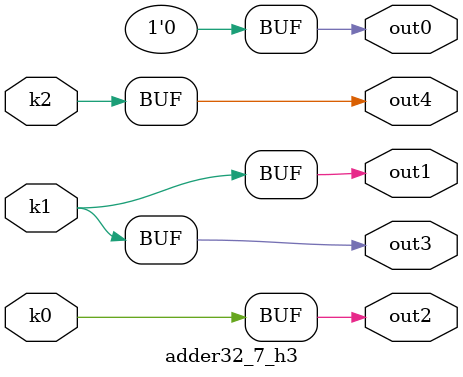
<source format=v>
module adder32_7(pi0, pi1, pi2, pi3, pi4, pi5, pi6, pi7, po0, po1, po2, po3, po4);
input pi0, pi1, pi2, pi3, pi4, pi5, pi6, pi7;
output po0, po1, po2, po3, po4;
wire k0, k1, k2;
adder32_7_w3 DUT1 (pi0, pi1, pi2, pi3, pi4, pi5, pi6, pi7, k0, k1, k2);
adder32_7_h3 DUT2 (k0, k1, k2, po0, po1, po2, po3, po4);
endmodule

module adder32_7_w3(in7, in6, in5, in4, in3, in2, in1, in0, k2, k1, k0);
input in7, in6, in5, in4, in3, in2, in1, in0;
output k2, k1, k0;
assign k0 =   ((in5 ^ in2) & (((in6 | in3) & (((in7 | in4) & (in1 | in0)) | (in7 & in4))) | (in6 & in3))) | ((~in6 | ~in3) & ((~in7 & ~in4) | (~in1 & ~in0 & (~in7 | ~in4))) & (~in5 ^ in2)) | (~in6 & ~in3 & (~in5 ^ in2));
assign k1 =   ((~in6 ^ in3) & (((in7 | in4) & (in1 | in0)) | (in7 & in4))) | (((~in7 & ~in4) | (~in1 & ~in0 & (~in7 | ~in4))) & (in6 ^ in3));
assign k2 =   ((in7 ^ in4) & (in1 | in0)) | (~in1 & ~in0 & (~in7 ^ in4));
endmodule

module adder32_7_h3(k2, k1, k0, out4, out3, out2, out1, out0);
input k2, k1, k0;
output out4, out3, out2, out1, out0;
assign out0 = 0;
assign out1 = k1;
assign out2 = k0;
assign out3 = k1;
assign out4 = k2;
endmodule

</source>
